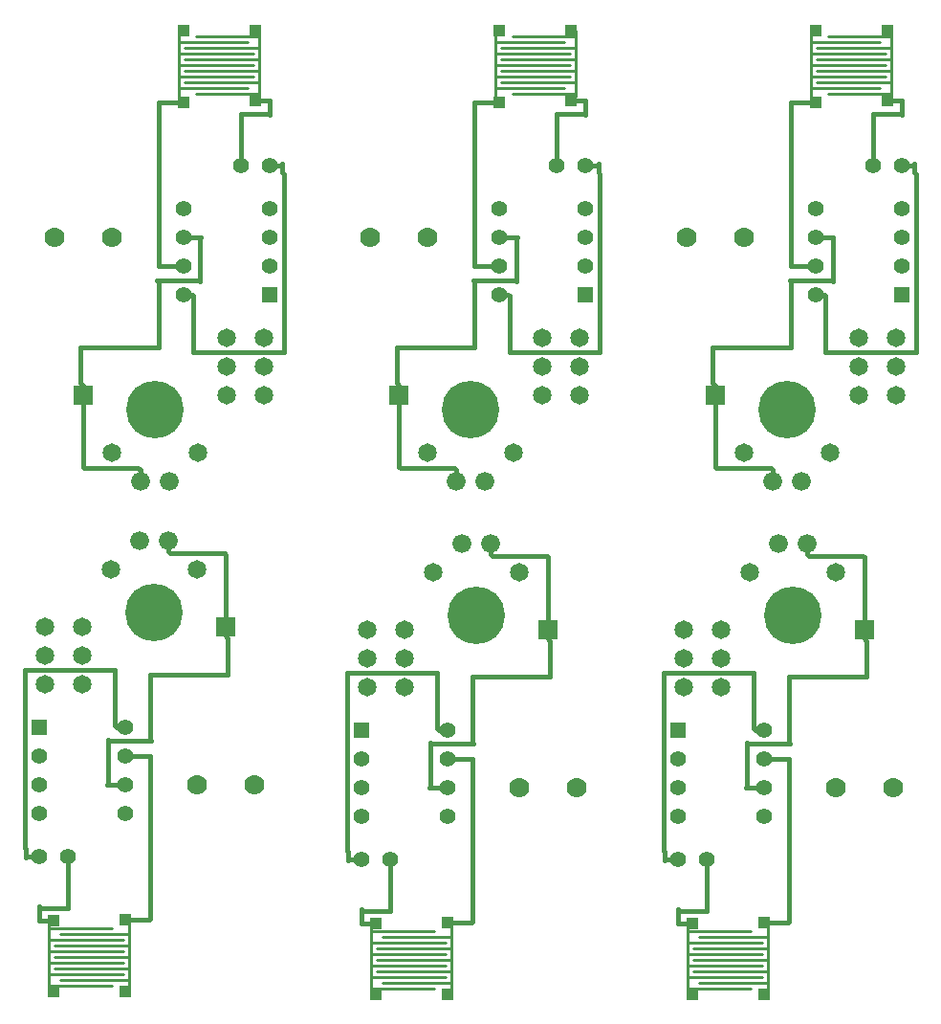
<source format=gbl>
%MOIN*%
%OFA0B0*%
%FSLAX46Y46*%
%IPPOS*%
%LPD*%
%ADD10C,0.005905511811023622*%
%ADD11C,0.01*%
%ADD12C,0.065*%
%ADD13R,0.055000000000000007X0.055000000000000007*%
%ADD14C,0.055000000000000007*%
%ADD15R,0.066929133858267723X0.066929133858267723*%
%ADD16C,0.07*%
%ADD17C,0.2*%
%ADD18R,0.04X0.04*%
%ADD19C,0.066*%
%ADD20C,0.016*%
%ADD31C,0.005905511811023622*%
%ADD32C,0.01*%
%ADD33C,0.065*%
%ADD34R,0.055000000000000007X0.055000000000000007*%
%ADD35C,0.055000000000000007*%
%ADD36R,0.066929133858267723X0.066929133858267723*%
%ADD37C,0.07*%
%ADD38C,0.2*%
%ADD39R,0.04X0.04*%
%ADD40C,0.066*%
%ADD41C,0.016*%
%ADD42C,0.005905511811023622*%
%ADD43C,0.01*%
%ADD44C,0.065*%
%ADD45R,0.055000000000000007X0.055000000000000007*%
%ADD46C,0.055000000000000007*%
%ADD47R,0.066929133858267723X0.066929133858267723*%
%ADD48C,0.07*%
%ADD49C,0.2*%
%ADD50R,0.04X0.04*%
%ADD51C,0.066*%
%ADD52C,0.016*%
%ADD53C,0.005905511811023622*%
%ADD54C,0.01*%
%ADD55C,0.065*%
%ADD56R,0.055000000000000007X0.055000000000000007*%
%ADD57C,0.055000000000000007*%
%ADD58R,0.066929133858267723X0.066929133858267723*%
%ADD59C,0.07*%
%ADD60C,0.2*%
%ADD61R,0.04X0.04*%
%ADD62C,0.066*%
%ADD63C,0.016*%
%ADD64C,0.005905511811023622*%
%ADD65C,0.01*%
%ADD66C,0.065*%
%ADD67R,0.055000000000000007X0.055000000000000007*%
%ADD68C,0.055000000000000007*%
%ADD69R,0.066929133858267723X0.066929133858267723*%
%ADD70C,0.07*%
%ADD71C,0.2*%
%ADD72R,0.04X0.04*%
%ADD73C,0.066*%
%ADD74C,0.016*%
%ADD75C,0.005905511811023622*%
%ADD76C,0.01*%
%ADD77C,0.065*%
%ADD78R,0.055000000000000007X0.055000000000000007*%
%ADD79C,0.055000000000000007*%
%ADD80R,0.066929133858267723X0.066929133858267723*%
%ADD81C,0.07*%
%ADD82C,0.2*%
%ADD83R,0.04X0.04*%
%ADD84C,0.066*%
%ADD85C,0.016*%
G01*
D10*
D11*
X0000135000Y0000300000D02*
X0000355000Y0000300000D01*
X0000135000Y0000500000D02*
X0000355000Y0000500000D01*
X0000415000Y0000320000D02*
X0000175000Y0000320000D01*
X0000415000Y0000480000D02*
X0000175000Y0000480000D01*
X0000135000Y0000340000D02*
X0000395000Y0000340000D01*
X0000135000Y0000460000D02*
X0000395000Y0000460000D01*
X0000415000Y0000440000D02*
X0000155000Y0000440000D01*
X0000415000Y0000360000D02*
X0000155000Y0000360000D01*
X0000135000Y0000380000D02*
X0000395000Y0000380000D01*
X0000135000Y0000420000D02*
X0000395000Y0000420000D01*
X0000415000Y0000400000D02*
X0000155000Y0000400000D01*
X0000395000Y0000270000D02*
X0000415000Y0000290000D01*
X0000415000Y0000290000D02*
X0000415000Y0000520000D01*
X0000415000Y0000520000D02*
X0000395000Y0000540000D01*
X0000135000Y0000280000D02*
X0000135000Y0000510000D01*
X0000135000Y0000510000D02*
X0000155000Y0000530000D01*
D12*
X0000250000Y0001450000D03*
X0000250000Y0001550000D03*
X0000250000Y0001350000D03*
X0000120000Y0001550000D03*
X0000120000Y0001450000D03*
X0000120000Y0001350000D03*
D13*
X0000100000Y0001200000D03*
D14*
X0000100000Y0001100000D03*
X0000100000Y0001000000D03*
X0000100000Y0000900000D03*
X0000400000Y0000900000D03*
X0000400000Y0001000000D03*
X0000400000Y0001100000D03*
X0000400000Y0001200000D03*
D15*
X0000750000Y0001550000D03*
D16*
X0000850000Y0001000000D03*
X0000650000Y0001000000D03*
D17*
X0000500000Y0001600000D03*
D12*
X0000650000Y0001750000D03*
X0000350000Y0001750000D03*
D18*
X0000400000Y0000530000D03*
X0000150000Y0000525000D03*
X0000400000Y0000280000D03*
X0000150000Y0000280000D03*
D14*
X0000100000Y0000750000D03*
X0000200000Y0000750000D03*
D19*
X0000550000Y0001850000D03*
X0000450000Y0001850000D03*
D20*
X0000400000Y0001200000D02*
X0000370000Y0001200000D01*
X0000060000Y0000750000D02*
X0000100000Y0000750000D01*
X0000055000Y0000745000D02*
X0000060000Y0000750000D01*
X0000055000Y0000775000D02*
X0000055000Y0000745000D01*
X0000050000Y0000780000D02*
X0000055000Y0000775000D01*
X0000050000Y0001110000D02*
X0000050000Y0000780000D01*
X0000050000Y0001400000D02*
X0000050000Y0001110000D01*
X0000175000Y0001400000D02*
X0000050000Y0001400000D01*
X0000365000Y0001400000D02*
X0000175000Y0001400000D01*
X0000365000Y0001205000D02*
X0000365000Y0001400000D01*
X0000370000Y0001200000D02*
X0000365000Y0001205000D01*
X0000150000Y0000525000D02*
X0000105000Y0000525000D01*
X0000200000Y0000570000D02*
X0000200000Y0000750000D01*
X0000105000Y0000570000D02*
X0000200000Y0000570000D01*
X0000100000Y0000575000D02*
X0000105000Y0000570000D01*
X0000100000Y0000525000D02*
X0000100000Y0000575000D01*
X0000105000Y0000525000D02*
X0000100000Y0000525000D01*
X0000400000Y0001000000D02*
X0000338582Y0001000000D01*
X0000758267Y0001509449D02*
X0000750000Y0001517716D01*
X0000758267Y0001383464D02*
X0000758267Y0001509449D01*
X0000486614Y0001383464D02*
X0000758267Y0001383464D01*
X0000486614Y0001155118D02*
X0000486614Y0001383464D01*
X0000490551Y0001151181D02*
X0000486614Y0001155118D01*
X0000344882Y0001151181D02*
X0000490551Y0001151181D01*
X0000340945Y0001155118D02*
X0000344882Y0001151181D01*
X0000340945Y0001002362D02*
X0000340945Y0001155118D01*
X0000338582Y0001000000D02*
X0000340945Y0001002362D01*
X0000750000Y0001517716D02*
X0000750000Y0001550000D01*
X0000750000Y0001550000D02*
X0000750000Y0001800393D01*
X0000550000Y0001812204D02*
X0000550000Y0001850000D01*
X0000557480Y0001804724D02*
X0000550000Y0001812204D01*
X0000745669Y0001804724D02*
X0000557480Y0001804724D01*
X0000750000Y0001800393D02*
X0000745669Y0001804724D01*
X0000400000Y0000530000D02*
X0000483543Y0000530000D01*
X0000486614Y0001100000D02*
X0000400000Y0001100000D01*
X0000486614Y0000533071D02*
X0000486614Y0001100000D01*
X0000483543Y0000530000D02*
X0000486614Y0000533071D01*
G04 next file*
G04 #@! TF.FileFunction,Copper,L2,Bot,Signal*
G04 Gerber Fmt 4.6, Leading zero omitted, Abs format (unit mm)*
G04 Created by KiCad (PCBNEW 4.0.7) date 02/16/20 19:40:50*
G01*
G04 APERTURE LIST*
G04 APERTURE END LIST*
D31*
D32*
X0000867362Y0003607086D02*
X0000647362Y0003607086D01*
X0000867362Y0003407086D02*
X0000647362Y0003407086D01*
X0000587362Y0003587086D02*
X0000827362Y0003587086D01*
X0000587362Y0003427086D02*
X0000827362Y0003427086D01*
X0000867362Y0003567086D02*
X0000607362Y0003567086D01*
X0000867362Y0003447086D02*
X0000607362Y0003447086D01*
X0000587362Y0003467086D02*
X0000847362Y0003467086D01*
X0000587362Y0003547086D02*
X0000847362Y0003547086D01*
X0000867362Y0003527086D02*
X0000607362Y0003527086D01*
X0000867362Y0003487086D02*
X0000607362Y0003487086D01*
X0000587362Y0003507086D02*
X0000847362Y0003507086D01*
X0000607362Y0003637086D02*
X0000587362Y0003617086D01*
X0000587362Y0003617086D02*
X0000587362Y0003387086D01*
X0000587362Y0003387086D02*
X0000607362Y0003367086D01*
X0000867362Y0003627086D02*
X0000867362Y0003397086D01*
X0000867362Y0003397086D02*
X0000847362Y0003377086D01*
D33*
X0000752362Y0002457086D03*
X0000752362Y0002357086D03*
X0000752362Y0002557086D03*
X0000882362Y0002357086D03*
X0000882362Y0002457086D03*
X0000882362Y0002557086D03*
D34*
X0000902362Y0002707086D03*
D35*
X0000902362Y0002807086D03*
X0000902362Y0002907086D03*
X0000902362Y0003007086D03*
X0000602362Y0003007086D03*
X0000602362Y0002907086D03*
X0000602362Y0002807086D03*
X0000602362Y0002707086D03*
D36*
X0000252362Y0002357086D03*
D37*
X0000152362Y0002907086D03*
X0000352362Y0002907086D03*
D38*
X0000502362Y0002307086D03*
D33*
X0000352362Y0002157086D03*
X0000652362Y0002157086D03*
D39*
X0000602362Y0003377086D03*
X0000852362Y0003382086D03*
X0000602362Y0003627086D03*
X0000852362Y0003627086D03*
D35*
X0000902362Y0003157086D03*
X0000802362Y0003157086D03*
D40*
X0000452362Y0002057086D03*
X0000552362Y0002057086D03*
D41*
X0000602362Y0002707086D02*
X0000632362Y0002707086D01*
X0000942362Y0003157086D02*
X0000902362Y0003157086D01*
X0000947362Y0003162086D02*
X0000942362Y0003157086D01*
X0000947362Y0003132086D02*
X0000947362Y0003162086D01*
X0000952362Y0003127086D02*
X0000947362Y0003132086D01*
X0000952362Y0002797086D02*
X0000952362Y0003127086D01*
X0000952362Y0002507086D02*
X0000952362Y0002797086D01*
X0000827362Y0002507086D02*
X0000952362Y0002507086D01*
X0000637362Y0002507086D02*
X0000827362Y0002507086D01*
X0000637362Y0002702086D02*
X0000637362Y0002507086D01*
X0000632362Y0002707086D02*
X0000637362Y0002702086D01*
X0000852362Y0003382086D02*
X0000897362Y0003382086D01*
X0000802362Y0003337086D02*
X0000802362Y0003157086D01*
X0000897362Y0003337086D02*
X0000802362Y0003337086D01*
X0000902362Y0003332086D02*
X0000897362Y0003337086D01*
X0000902362Y0003382086D02*
X0000902362Y0003332086D01*
X0000897362Y0003382086D02*
X0000902362Y0003382086D01*
X0000602362Y0002907086D02*
X0000663779Y0002907086D01*
X0000244094Y0002397637D02*
X0000252362Y0002389370D01*
X0000244094Y0002523622D02*
X0000244094Y0002397637D01*
X0000515747Y0002523622D02*
X0000244094Y0002523622D01*
X0000515747Y0002751968D02*
X0000515747Y0002523622D01*
X0000511811Y0002755905D02*
X0000515747Y0002751968D01*
X0000657480Y0002755905D02*
X0000511811Y0002755905D01*
X0000661417Y0002751968D02*
X0000657480Y0002755905D01*
X0000661417Y0002904724D02*
X0000661417Y0002751968D01*
X0000663779Y0002907086D02*
X0000661417Y0002904724D01*
X0000252362Y0002389370D02*
X0000252362Y0002357086D01*
X0000252362Y0002357086D02*
X0000252362Y0002106692D01*
X0000452362Y0002094881D02*
X0000452362Y0002057086D01*
X0000444881Y0002102362D02*
X0000452362Y0002094881D01*
X0000256692Y0002102362D02*
X0000444881Y0002102362D01*
X0000252362Y0002106692D02*
X0000256692Y0002102362D01*
X0000602362Y0003377086D02*
X0000518818Y0003377086D01*
X0000515747Y0002807086D02*
X0000602362Y0002807086D01*
X0000515748Y0003374015D02*
X0000515747Y0002807086D01*
X0000518818Y0003377086D02*
X0000515748Y0003374015D01*
G04 next file*
G04 #@! TF.FileFunction,Copper,L2,Bot,Signal*
G04 Gerber Fmt 4.6, Leading zero omitted, Abs format (unit mm)*
G04 Created by KiCad (PCBNEW 4.0.7) date 02/16/20 19:40:50*
G01*
G04 APERTURE LIST*
G04 APERTURE END LIST*
D42*
D43*
X0001258622Y0000290551D02*
X0001478622Y0000290551D01*
X0001258622Y0000490551D02*
X0001478622Y0000490551D01*
X0001538622Y0000310551D02*
X0001298622Y0000310551D01*
X0001538622Y0000470551D02*
X0001298622Y0000470551D01*
X0001258622Y0000330551D02*
X0001518622Y0000330551D01*
X0001258622Y0000450551D02*
X0001518622Y0000450551D01*
X0001538622Y0000430551D02*
X0001278622Y0000430551D01*
X0001538622Y0000350551D02*
X0001278622Y0000350551D01*
X0001258622Y0000370551D02*
X0001518622Y0000370551D01*
X0001258622Y0000410551D02*
X0001518622Y0000410551D01*
X0001538622Y0000390551D02*
X0001278622Y0000390551D01*
X0001518622Y0000260551D02*
X0001538622Y0000280551D01*
X0001538622Y0000280551D02*
X0001538622Y0000510551D01*
X0001538622Y0000510551D02*
X0001518622Y0000530551D01*
X0001258622Y0000270551D02*
X0001258622Y0000500551D01*
X0001258622Y0000500551D02*
X0001278622Y0000520551D01*
D44*
X0001373622Y0001440551D03*
X0001373622Y0001540551D03*
X0001373622Y0001340551D03*
X0001243622Y0001540551D03*
X0001243622Y0001440551D03*
X0001243622Y0001340551D03*
D45*
X0001223622Y0001190551D03*
D46*
X0001223622Y0001090551D03*
X0001223622Y0000990551D03*
X0001223622Y0000890551D03*
X0001523622Y0000890551D03*
X0001523622Y0000990551D03*
X0001523622Y0001090551D03*
X0001523622Y0001190551D03*
D47*
X0001873622Y0001540551D03*
D48*
X0001973622Y0000990551D03*
X0001773622Y0000990551D03*
D49*
X0001623622Y0001590551D03*
D44*
X0001773622Y0001740551D03*
X0001473622Y0001740551D03*
D50*
X0001523622Y0000520551D03*
X0001273622Y0000515551D03*
X0001523622Y0000270551D03*
X0001273622Y0000270551D03*
D46*
X0001223622Y0000740551D03*
X0001323622Y0000740551D03*
D51*
X0001673622Y0001840551D03*
X0001573622Y0001840551D03*
D52*
X0001523622Y0001190551D02*
X0001493622Y0001190551D01*
X0001183622Y0000740551D02*
X0001223622Y0000740551D01*
X0001178622Y0000735551D02*
X0001183622Y0000740551D01*
X0001178622Y0000765551D02*
X0001178622Y0000735551D01*
X0001173622Y0000770551D02*
X0001178622Y0000765551D01*
X0001173622Y0001100551D02*
X0001173622Y0000770551D01*
X0001173622Y0001390551D02*
X0001173622Y0001100551D01*
X0001298622Y0001390551D02*
X0001173622Y0001390551D01*
X0001488622Y0001390551D02*
X0001298622Y0001390551D01*
X0001488622Y0001195551D02*
X0001488622Y0001390551D01*
X0001493622Y0001190551D02*
X0001488622Y0001195551D01*
X0001273622Y0000515551D02*
X0001228622Y0000515551D01*
X0001323622Y0000560551D02*
X0001323622Y0000740551D01*
X0001228622Y0000560551D02*
X0001323622Y0000560551D01*
X0001223622Y0000565551D02*
X0001228622Y0000560551D01*
X0001223622Y0000515551D02*
X0001223622Y0000565551D01*
X0001228622Y0000515551D02*
X0001223622Y0000515551D01*
X0001523622Y0000990551D02*
X0001462204Y0000990551D01*
X0001881889Y0001499999D02*
X0001873622Y0001508267D01*
X0001881889Y0001374015D02*
X0001881889Y0001499999D01*
X0001610236Y0001374015D02*
X0001881889Y0001374015D01*
X0001610236Y0001145669D02*
X0001610236Y0001374015D01*
X0001614173Y0001141732D02*
X0001610236Y0001145669D01*
X0001468503Y0001141732D02*
X0001614173Y0001141732D01*
X0001464566Y0001145669D02*
X0001468503Y0001141732D01*
X0001464566Y0000992913D02*
X0001464566Y0001145669D01*
X0001462204Y0000990551D02*
X0001464566Y0000992913D01*
X0001873622Y0001508267D02*
X0001873622Y0001540551D01*
X0001873622Y0001540551D02*
X0001873622Y0001790944D01*
X0001673622Y0001802755D02*
X0001673622Y0001840551D01*
X0001681102Y0001795275D02*
X0001673622Y0001802755D01*
X0001869291Y0001795275D02*
X0001681102Y0001795275D01*
X0001873622Y0001790944D02*
X0001869291Y0001795275D01*
X0001523622Y0000520551D02*
X0001607165Y0000520551D01*
X0001610236Y0001090551D02*
X0001523622Y0001090551D01*
X0001610236Y0000523622D02*
X0001610236Y0001090551D01*
X0001607165Y0000520551D02*
X0001610236Y0000523622D01*
G04 next file*
G04 #@! TF.FileFunction,Copper,L2,Bot,Signal*
G04 Gerber Fmt 4.6, Leading zero omitted, Abs format (unit mm)*
G04 Created by KiCad (PCBNEW 4.0.7) date 02/16/20 19:40:50*
G01*
G04 APERTURE LIST*
G04 APERTURE END LIST*
D53*
D54*
X0002360984Y0000290551D02*
X0002580984Y0000290551D01*
X0002360984Y0000490551D02*
X0002580984Y0000490551D01*
X0002640984Y0000310551D02*
X0002400984Y0000310551D01*
X0002640984Y0000470551D02*
X0002400984Y0000470551D01*
X0002360984Y0000330551D02*
X0002620984Y0000330551D01*
X0002360984Y0000450551D02*
X0002620984Y0000450551D01*
X0002640984Y0000430551D02*
X0002380984Y0000430551D01*
X0002640984Y0000350551D02*
X0002380984Y0000350551D01*
X0002360984Y0000370551D02*
X0002620984Y0000370551D01*
X0002360984Y0000410551D02*
X0002620984Y0000410551D01*
X0002640984Y0000390551D02*
X0002380984Y0000390551D01*
X0002620984Y0000260551D02*
X0002640984Y0000280551D01*
X0002640984Y0000280551D02*
X0002640984Y0000510551D01*
X0002640984Y0000510551D02*
X0002620984Y0000530551D01*
X0002360984Y0000270551D02*
X0002360984Y0000500551D01*
X0002360984Y0000500551D02*
X0002380984Y0000520551D01*
D55*
X0002475984Y0001440551D03*
X0002475984Y0001540551D03*
X0002475984Y0001340551D03*
X0002345984Y0001540551D03*
X0002345984Y0001440551D03*
X0002345984Y0001340551D03*
D56*
X0002325984Y0001190551D03*
D57*
X0002325984Y0001090551D03*
X0002325984Y0000990551D03*
X0002325984Y0000890551D03*
X0002625984Y0000890551D03*
X0002625984Y0000990551D03*
X0002625984Y0001090551D03*
X0002625984Y0001190551D03*
D58*
X0002975984Y0001540551D03*
D59*
X0003075984Y0000990551D03*
X0002875984Y0000990551D03*
D60*
X0002725984Y0001590551D03*
D55*
X0002875984Y0001740551D03*
X0002575984Y0001740551D03*
D61*
X0002625984Y0000520551D03*
X0002375984Y0000515551D03*
X0002625984Y0000270551D03*
X0002375984Y0000270551D03*
D57*
X0002325984Y0000740551D03*
X0002425984Y0000740551D03*
D62*
X0002775984Y0001840551D03*
X0002675984Y0001840551D03*
D63*
X0002625984Y0001190551D02*
X0002595984Y0001190551D01*
X0002285984Y0000740551D02*
X0002325984Y0000740551D01*
X0002280984Y0000735551D02*
X0002285984Y0000740551D01*
X0002280984Y0000765551D02*
X0002280984Y0000735551D01*
X0002275984Y0000770551D02*
X0002280984Y0000765551D01*
X0002275984Y0001100551D02*
X0002275984Y0000770551D01*
X0002275984Y0001390551D02*
X0002275984Y0001100551D01*
X0002400984Y0001390551D02*
X0002275984Y0001390551D01*
X0002590984Y0001390551D02*
X0002400984Y0001390551D01*
X0002590984Y0001195551D02*
X0002590984Y0001390551D01*
X0002595984Y0001190551D02*
X0002590984Y0001195551D01*
X0002375984Y0000515551D02*
X0002330984Y0000515551D01*
X0002425984Y0000560551D02*
X0002425984Y0000740551D01*
X0002330984Y0000560551D02*
X0002425984Y0000560551D01*
X0002325984Y0000565551D02*
X0002330984Y0000560551D01*
X0002325984Y0000515551D02*
X0002325984Y0000565551D01*
X0002330984Y0000515551D02*
X0002325984Y0000515551D01*
X0002625984Y0000990551D02*
X0002564566Y0000990551D01*
X0002984251Y0001499999D02*
X0002975984Y0001508267D01*
X0002984251Y0001374015D02*
X0002984251Y0001499999D01*
X0002712598Y0001374015D02*
X0002984251Y0001374015D01*
X0002712598Y0001145669D02*
X0002712598Y0001374015D01*
X0002716535Y0001141732D02*
X0002712598Y0001145669D01*
X0002570866Y0001141732D02*
X0002716535Y0001141732D01*
X0002566929Y0001145669D02*
X0002570866Y0001141732D01*
X0002566929Y0000992913D02*
X0002566929Y0001145669D01*
X0002564566Y0000990551D02*
X0002566929Y0000992913D01*
X0002975984Y0001508267D02*
X0002975984Y0001540551D01*
X0002975984Y0001540551D02*
X0002975984Y0001790944D01*
X0002775984Y0001802755D02*
X0002775984Y0001840551D01*
X0002783464Y0001795275D02*
X0002775984Y0001802755D01*
X0002971653Y0001795275D02*
X0002783464Y0001795275D01*
X0002975984Y0001790944D02*
X0002971653Y0001795275D01*
X0002625984Y0000520551D02*
X0002709527Y0000520551D01*
X0002712598Y0001090551D02*
X0002625984Y0001090551D01*
X0002712598Y0000523622D02*
X0002712598Y0001090551D01*
X0002709527Y0000520551D02*
X0002712598Y0000523622D01*
G04 next file*
G04 #@! TF.FileFunction,Copper,L2,Bot,Signal*
G04 Gerber Fmt 4.6, Leading zero omitted, Abs format (unit mm)*
G04 Created by KiCad (PCBNEW 4.0.7) date 02/16/20 19:40:50*
G01*
G04 APERTURE LIST*
G04 APERTURE END LIST*
D64*
D65*
X0001969724Y0003607086D02*
X0001749724Y0003607086D01*
X0001969724Y0003407086D02*
X0001749724Y0003407086D01*
X0001689724Y0003587086D02*
X0001929724Y0003587086D01*
X0001689724Y0003427086D02*
X0001929724Y0003427086D01*
X0001969724Y0003567086D02*
X0001709724Y0003567086D01*
X0001969724Y0003447086D02*
X0001709724Y0003447086D01*
X0001689724Y0003467086D02*
X0001949724Y0003467086D01*
X0001689724Y0003547086D02*
X0001949724Y0003547086D01*
X0001969724Y0003527086D02*
X0001709724Y0003527086D01*
X0001969724Y0003487086D02*
X0001709724Y0003487086D01*
X0001689724Y0003507086D02*
X0001949724Y0003507086D01*
X0001709724Y0003637086D02*
X0001689724Y0003617086D01*
X0001689724Y0003617086D02*
X0001689724Y0003387086D01*
X0001689724Y0003387086D02*
X0001709724Y0003367086D01*
X0001969724Y0003627086D02*
X0001969724Y0003397086D01*
X0001969724Y0003397086D02*
X0001949724Y0003377086D01*
D66*
X0001854724Y0002457086D03*
X0001854724Y0002357086D03*
X0001854724Y0002557086D03*
X0001984724Y0002357086D03*
X0001984724Y0002457086D03*
X0001984724Y0002557086D03*
D67*
X0002004724Y0002707086D03*
D68*
X0002004724Y0002807086D03*
X0002004724Y0002907086D03*
X0002004724Y0003007086D03*
X0001704724Y0003007086D03*
X0001704724Y0002907086D03*
X0001704724Y0002807086D03*
X0001704724Y0002707086D03*
D69*
X0001354724Y0002357086D03*
D70*
X0001254724Y0002907086D03*
X0001454724Y0002907086D03*
D71*
X0001604724Y0002307086D03*
D66*
X0001454724Y0002157086D03*
X0001754724Y0002157086D03*
D72*
X0001704724Y0003377086D03*
X0001954724Y0003382086D03*
X0001704724Y0003627086D03*
X0001954724Y0003627086D03*
D68*
X0002004724Y0003157086D03*
X0001904724Y0003157086D03*
D73*
X0001554724Y0002057086D03*
X0001654724Y0002057086D03*
D74*
X0001704724Y0002707086D02*
X0001734724Y0002707086D01*
X0002044724Y0003157086D02*
X0002004724Y0003157086D01*
X0002049724Y0003162086D02*
X0002044724Y0003157086D01*
X0002049724Y0003132086D02*
X0002049724Y0003162086D01*
X0002054724Y0003127086D02*
X0002049724Y0003132086D01*
X0002054724Y0002797086D02*
X0002054724Y0003127086D01*
X0002054724Y0002507086D02*
X0002054724Y0002797086D01*
X0001929724Y0002507086D02*
X0002054724Y0002507086D01*
X0001739724Y0002507086D02*
X0001929724Y0002507086D01*
X0001739724Y0002702086D02*
X0001739724Y0002507086D01*
X0001734724Y0002707086D02*
X0001739724Y0002702086D01*
X0001954724Y0003382086D02*
X0001999724Y0003382086D01*
X0001904724Y0003337086D02*
X0001904724Y0003157086D01*
X0001999724Y0003337086D02*
X0001904724Y0003337086D01*
X0002004724Y0003332086D02*
X0001999724Y0003337086D01*
X0002004724Y0003382086D02*
X0002004724Y0003332086D01*
X0001999724Y0003382086D02*
X0002004724Y0003382086D01*
X0001704724Y0002907086D02*
X0001766141Y0002907086D01*
X0001346456Y0002397637D02*
X0001354724Y0002389370D01*
X0001346456Y0002523622D02*
X0001346456Y0002397637D01*
X0001618110Y0002523622D02*
X0001346456Y0002523622D01*
X0001618110Y0002751968D02*
X0001618110Y0002523622D01*
X0001614173Y0002755905D02*
X0001618110Y0002751968D01*
X0001759842Y0002755905D02*
X0001614173Y0002755905D01*
X0001763779Y0002751968D02*
X0001759842Y0002755905D01*
X0001763779Y0002904724D02*
X0001763779Y0002751968D01*
X0001766141Y0002907086D02*
X0001763779Y0002904724D01*
X0001354724Y0002389370D02*
X0001354724Y0002357086D01*
X0001354724Y0002357086D02*
X0001354724Y0002106692D01*
X0001554724Y0002094881D02*
X0001554724Y0002057086D01*
X0001547244Y0002102362D02*
X0001554724Y0002094881D01*
X0001359055Y0002102362D02*
X0001547244Y0002102362D01*
X0001354724Y0002106692D02*
X0001359055Y0002102362D01*
X0001704724Y0003377086D02*
X0001621181Y0003377086D01*
X0001618110Y0002807086D02*
X0001704724Y0002807086D01*
X0001618110Y0003374015D02*
X0001618110Y0002807086D01*
X0001621181Y0003377086D02*
X0001618110Y0003374015D01*
G04 next file*
G04 #@! TF.FileFunction,Copper,L2,Bot,Signal*
G04 Gerber Fmt 4.6, Leading zero omitted, Abs format (unit mm)*
G04 Created by KiCad (PCBNEW 4.0.7) date 02/16/20 19:40:50*
G01*
G04 APERTURE LIST*
G04 APERTURE END LIST*
D75*
D76*
X0003072086Y0003607086D02*
X0002852086Y0003607086D01*
X0003072086Y0003407086D02*
X0002852086Y0003407086D01*
X0002792086Y0003587086D02*
X0003032086Y0003587086D01*
X0002792086Y0003427086D02*
X0003032086Y0003427086D01*
X0003072086Y0003567086D02*
X0002812086Y0003567086D01*
X0003072086Y0003447086D02*
X0002812086Y0003447086D01*
X0002792086Y0003467086D02*
X0003052086Y0003467086D01*
X0002792086Y0003547086D02*
X0003052086Y0003547086D01*
X0003072086Y0003527086D02*
X0002812086Y0003527086D01*
X0003072086Y0003487086D02*
X0002812086Y0003487086D01*
X0002792086Y0003507086D02*
X0003052086Y0003507086D01*
X0002812086Y0003637086D02*
X0002792086Y0003617086D01*
X0002792086Y0003617086D02*
X0002792086Y0003387086D01*
X0002792086Y0003387086D02*
X0002812086Y0003367086D01*
X0003072086Y0003627086D02*
X0003072086Y0003397086D01*
X0003072086Y0003397086D02*
X0003052086Y0003377086D01*
D77*
X0002957086Y0002457086D03*
X0002957086Y0002357086D03*
X0002957086Y0002557086D03*
X0003087086Y0002357086D03*
X0003087086Y0002457086D03*
X0003087086Y0002557086D03*
D78*
X0003107086Y0002707086D03*
D79*
X0003107086Y0002807086D03*
X0003107086Y0002907086D03*
X0003107086Y0003007086D03*
X0002807086Y0003007086D03*
X0002807086Y0002907086D03*
X0002807086Y0002807086D03*
X0002807086Y0002707086D03*
D80*
X0002457086Y0002357086D03*
D81*
X0002357086Y0002907086D03*
X0002557086Y0002907086D03*
D82*
X0002707086Y0002307086D03*
D77*
X0002557086Y0002157086D03*
X0002857086Y0002157086D03*
D83*
X0002807086Y0003377086D03*
X0003057086Y0003382086D03*
X0002807086Y0003627086D03*
X0003057086Y0003627086D03*
D79*
X0003107086Y0003157086D03*
X0003007086Y0003157086D03*
D84*
X0002657086Y0002057086D03*
X0002757086Y0002057086D03*
D85*
X0002807086Y0002707086D02*
X0002837086Y0002707086D01*
X0003147086Y0003157086D02*
X0003107086Y0003157086D01*
X0003152086Y0003162086D02*
X0003147086Y0003157086D01*
X0003152086Y0003132086D02*
X0003152086Y0003162086D01*
X0003157086Y0003127086D02*
X0003152086Y0003132086D01*
X0003157086Y0002797086D02*
X0003157086Y0003127086D01*
X0003157086Y0002507086D02*
X0003157086Y0002797086D01*
X0003032086Y0002507086D02*
X0003157086Y0002507086D01*
X0002842086Y0002507086D02*
X0003032086Y0002507086D01*
X0002842086Y0002702086D02*
X0002842086Y0002507086D01*
X0002837086Y0002707086D02*
X0002842086Y0002702086D01*
X0003057086Y0003382086D02*
X0003102086Y0003382086D01*
X0003007086Y0003337086D02*
X0003007086Y0003157086D01*
X0003102086Y0003337086D02*
X0003007086Y0003337086D01*
X0003107086Y0003332086D02*
X0003102086Y0003337086D01*
X0003107086Y0003382086D02*
X0003107086Y0003332086D01*
X0003102086Y0003382086D02*
X0003107086Y0003382086D01*
X0002807086Y0002907086D02*
X0002868503Y0002907086D01*
X0002448818Y0002397637D02*
X0002457086Y0002389370D01*
X0002448818Y0002523622D02*
X0002448818Y0002397637D01*
X0002720472Y0002523622D02*
X0002448818Y0002523622D01*
X0002720472Y0002751968D02*
X0002720472Y0002523622D01*
X0002716535Y0002755905D02*
X0002720472Y0002751968D01*
X0002862204Y0002755905D02*
X0002716535Y0002755905D01*
X0002866141Y0002751968D02*
X0002862204Y0002755905D01*
X0002866141Y0002904724D02*
X0002866141Y0002751968D01*
X0002868503Y0002907086D02*
X0002866141Y0002904724D01*
X0002457086Y0002389370D02*
X0002457086Y0002357086D01*
X0002457086Y0002357086D02*
X0002457086Y0002106692D01*
X0002657086Y0002094881D02*
X0002657086Y0002057086D01*
X0002649606Y0002102362D02*
X0002657086Y0002094881D01*
X0002461417Y0002102362D02*
X0002649606Y0002102362D01*
X0002457086Y0002106692D02*
X0002461417Y0002102362D01*
X0002807086Y0003377086D02*
X0002723543Y0003377086D01*
X0002720472Y0002807086D02*
X0002807086Y0002807086D01*
X0002720472Y0003374015D02*
X0002720472Y0002807086D01*
X0002723543Y0003377086D02*
X0002720472Y0003374015D01*
M02*
</source>
